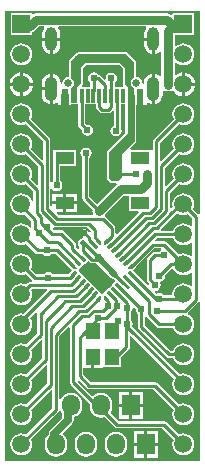
<source format=gtl>
G04*
G04 #@! TF.GenerationSoftware,Altium Limited,Altium Designer,19.0.4 (130)*
G04*
G04 Layer_Physical_Order=1*
G04 Layer_Color=255*
%FSLAX25Y25*%
%MOIN*%
G70*
G01*
G75*
%ADD13C,0.01000*%
%ADD15R,0.02362X0.04528*%
%ADD16R,0.01181X0.04528*%
%ADD17P,0.00557X4X180.0*%
G04:AMPARAMS|DCode=18|XSize=21.65mil|YSize=11.81mil|CornerRadius=0mil|HoleSize=0mil|Usage=FLASHONLY|Rotation=135.000|XOffset=0mil|YOffset=0mil|HoleType=Round|Shape=Rectangle|*
%AMROTATEDRECTD18*
4,1,4,0.01183,-0.00348,0.00348,-0.01183,-0.01183,0.00348,-0.00348,0.01183,0.01183,-0.00348,0.0*
%
%ADD18ROTATEDRECTD18*%

%ADD19P,0.00557X4X270.0*%
G04:AMPARAMS|DCode=20|XSize=21.65mil|YSize=11.81mil|CornerRadius=0mil|HoleSize=0mil|Usage=FLASHONLY|Rotation=225.000|XOffset=0mil|YOffset=0mil|HoleType=Round|Shape=Rectangle|*
%AMROTATEDRECTD20*
4,1,4,0.00348,0.01183,0.01183,0.00348,-0.00348,-0.01183,-0.01183,-0.00348,0.00348,0.01183,0.0*
%
%ADD20ROTATEDRECTD20*%

%ADD21R,0.06299X0.03937*%
%ADD22R,0.04528X0.05512*%
%ADD36C,0.02500*%
%ADD37C,0.02000*%
%ADD38C,0.03000*%
%ADD39C,0.01800*%
%ADD40C,0.02300*%
%ADD41C,0.05906*%
%ADD42R,0.05906X0.05906*%
%ADD43O,0.03937X0.07874*%
%ADD44O,0.04134X0.08268*%
%ADD45C,0.02559*%
%ADD46R,0.06000X0.07000*%
%ADD47O,0.06000X0.07000*%
%ADD48C,0.02400*%
%ADD49C,0.02000*%
%ADD50C,0.01200*%
G36*
X477317Y301717D02*
X477317Y296500D01*
X477317Y296500D01*
X477369Y296239D01*
X477415Y296170D01*
X477321Y295856D01*
X477205Y295670D01*
X474646D01*
Y297001D01*
X474801Y297105D01*
X475214Y297723D01*
X475359Y298453D01*
X475214Y299182D01*
X474801Y299801D01*
X474182Y300214D01*
X473453Y300359D01*
X472723Y300214D01*
X472105Y299801D01*
X471691Y299182D01*
X471546Y298453D01*
X471572Y298322D01*
X471111Y298076D01*
X469735Y299452D01*
X469348Y299710D01*
X469086Y299763D01*
X468957Y299956D01*
X468338Y300370D01*
X467608Y300515D01*
X466879Y300370D01*
X466260Y299956D01*
X465847Y299338D01*
X465702Y298608D01*
X465847Y297879D01*
X466260Y297260D01*
X466415Y297156D01*
Y295670D01*
X463789D01*
X463598Y296132D01*
X463733Y296267D01*
X463733Y296267D01*
X463881Y296489D01*
X463933Y296750D01*
X463933Y296750D01*
X463933Y301795D01*
X464955Y302817D01*
X476217Y302817D01*
X477317Y301717D01*
D02*
G37*
G36*
X481000Y304000D02*
X481000Y298732D01*
X480465Y298374D01*
X480034Y297729D01*
X479882Y296969D01*
X480034Y296208D01*
X480465Y295563D01*
X480958Y295233D01*
X480950Y294744D01*
X480500Y294481D01*
X479941Y294592D01*
X479500Y294504D01*
X479000Y294852D01*
Y295500D01*
X478000Y296500D01*
X478000Y302000D01*
X476500Y303500D01*
X464672Y303500D01*
X463250Y302078D01*
X463250Y296750D01*
X462000Y295500D01*
X462000Y294541D01*
X461500Y294246D01*
X461043Y294337D01*
X460500Y294229D01*
X460177Y294351D01*
X460000Y294445D01*
Y295216D01*
X460520Y295563D01*
X460951Y296208D01*
X461102Y296969D01*
X460951Y297729D01*
X460520Y298374D01*
X460000Y298721D01*
X460000Y304000D01*
X462500Y306500D01*
X478500D01*
X481000Y304000D01*
D02*
G37*
G36*
X503000Y321000D02*
X503000Y253322D01*
X502500Y253170D01*
X502466Y253221D01*
X500767Y254920D01*
X501029Y255554D01*
X501154Y256500D01*
X501029Y257446D01*
X500665Y258327D01*
X500084Y259084D01*
X499327Y259665D01*
X498446Y260030D01*
X497500Y260154D01*
X496554Y260030D01*
X495673Y259665D01*
X494916Y259084D01*
X494336Y258327D01*
X493970Y257446D01*
X493846Y256500D01*
X493968Y255570D01*
X493495Y255097D01*
X493033Y255288D01*
Y260346D01*
X495920Y263233D01*
X496554Y262970D01*
X497500Y262846D01*
X498446Y262970D01*
X499327Y263335D01*
X500084Y263916D01*
X500665Y264673D01*
X501029Y265554D01*
X501154Y266500D01*
X501029Y267446D01*
X500665Y268327D01*
X500084Y269084D01*
X499327Y269665D01*
X498446Y270029D01*
X497500Y270154D01*
X496554Y270029D01*
X495673Y269665D01*
X494916Y269084D01*
X494336Y268327D01*
X493970Y267446D01*
X493846Y266500D01*
X493970Y265554D01*
X494233Y264920D01*
X491825Y262512D01*
X491363Y262703D01*
Y268676D01*
X495920Y273233D01*
X496554Y272971D01*
X497500Y272846D01*
X498446Y272971D01*
X499327Y273336D01*
X500084Y273916D01*
X500665Y274673D01*
X501029Y275554D01*
X501154Y276500D01*
X501029Y277446D01*
X500665Y278327D01*
X500084Y279084D01*
X499327Y279664D01*
X498446Y280030D01*
X497500Y280154D01*
X496554Y280030D01*
X495673Y279664D01*
X494916Y279084D01*
X494336Y278327D01*
X493970Y277446D01*
X493846Y276500D01*
X493970Y275554D01*
X494233Y274920D01*
X490155Y270842D01*
X489693Y271033D01*
Y277006D01*
X495920Y283233D01*
X496554Y282970D01*
X497500Y282846D01*
X498446Y282970D01*
X499327Y283335D01*
X500084Y283916D01*
X500665Y284673D01*
X501029Y285554D01*
X501154Y286500D01*
X501029Y287446D01*
X500665Y288327D01*
X500084Y289084D01*
X499327Y289665D01*
X498446Y290030D01*
X497500Y290154D01*
X496554Y290030D01*
X495673Y289665D01*
X494916Y289084D01*
X494336Y288327D01*
X493970Y287446D01*
X493846Y286500D01*
X493970Y285554D01*
X494233Y284920D01*
X487656Y278344D01*
X487398Y277957D01*
X487307Y277500D01*
Y274887D01*
X486918Y274619D01*
X486807Y274619D01*
X479986D01*
X479778Y275119D01*
X481426Y276767D01*
X481499Y276876D01*
X481573Y276985D01*
X481573Y276987D01*
X481574Y276989D01*
X481600Y277119D01*
X481627Y277247D01*
Y277247D01*
X481655Y277290D01*
X481797Y278000D01*
Y289472D01*
X482591D01*
Y292736D01*
X483591D01*
Y289472D01*
X485272D01*
Y290147D01*
X485772Y290393D01*
X485953Y290254D01*
X486699Y289945D01*
X487000Y289906D01*
Y295000D01*
Y300095D01*
X486699Y300055D01*
X485953Y299746D01*
X485313Y299254D01*
X484821Y298614D01*
X484512Y297868D01*
X484407Y297067D01*
Y296463D01*
X484258Y296415D01*
X483824Y296801D01*
X483858Y296969D01*
X483707Y297729D01*
X483276Y298374D01*
X482631Y298805D01*
X481870Y298956D01*
X481683Y299110D01*
X481683Y304000D01*
X481683Y304000D01*
X481631Y304261D01*
X481483Y304483D01*
X481483Y304483D01*
X478983Y306983D01*
X478983Y306983D01*
X478761Y307131D01*
X478500Y307183D01*
X478500Y307183D01*
X462500D01*
X462500Y307183D01*
X462239Y307131D01*
X462017Y306983D01*
X462017Y306983D01*
X461827Y306793D01*
X461670Y306762D01*
X461052Y306348D01*
X460639Y305730D01*
X460607Y305574D01*
X459517Y304483D01*
X459517Y304483D01*
X459369Y304261D01*
X459317Y304000D01*
X459317Y304000D01*
X459317Y299123D01*
X459114Y298956D01*
X458354Y298805D01*
X457709Y298374D01*
X457278Y297729D01*
X457127Y296969D01*
X457160Y296801D01*
X456727Y296415D01*
X456578Y296463D01*
Y297067D01*
X456472Y297868D01*
X456163Y298614D01*
X455672Y299254D01*
X455031Y299746D01*
X454285Y300055D01*
X453984Y300095D01*
Y295000D01*
Y289906D01*
X454285Y289945D01*
X455031Y290254D01*
X455213Y290393D01*
X455713Y290147D01*
Y289472D01*
X457394D01*
Y292736D01*
X458394D01*
Y289472D01*
X460075D01*
Y289802D01*
X462409D01*
Y283102D01*
X462500Y282646D01*
X462759Y282259D01*
X463630Y281388D01*
X463593Y281205D01*
X463738Y280475D01*
X464152Y279856D01*
X464770Y279443D01*
X465500Y279298D01*
X466230Y279443D01*
X466848Y279856D01*
X467262Y280475D01*
X467407Y281205D01*
X467262Y281934D01*
X466848Y282553D01*
X466230Y282966D01*
X465500Y283111D01*
X465317Y283075D01*
X464795Y283596D01*
Y289802D01*
X468323D01*
Y288984D01*
X468414Y288528D01*
X468672Y288141D01*
X469657Y287157D01*
X470044Y286898D01*
X470500Y286807D01*
X472500D01*
X472957Y286898D01*
X473344Y287157D01*
X473802Y287615D01*
X474264Y287423D01*
Y282757D01*
X473652Y282348D01*
X473239Y281730D01*
X473093Y281000D01*
X473239Y280270D01*
X473652Y279652D01*
X474270Y279239D01*
X475000Y279093D01*
X475730Y279239D01*
X476348Y279652D01*
X476761Y280270D01*
X476907Y281000D01*
X476761Y281730D01*
X476650Y281897D01*
Y289802D01*
X478085D01*
Y280283D01*
X472285Y274483D01*
X472137Y274261D01*
X472085Y274000D01*
X472085Y274000D01*
Y265177D01*
X472085Y265177D01*
X472137Y264916D01*
X472285Y264694D01*
X472285Y264694D01*
X473097Y263882D01*
X473097Y263882D01*
X473318Y263734D01*
X473580Y263682D01*
X473580Y263682D01*
X475062Y263682D01*
X475213Y263182D01*
X475038Y263065D01*
X469936Y257962D01*
X468667Y256694D01*
X466193Y259168D01*
Y272048D01*
X466348Y272152D01*
X466761Y272770D01*
X466907Y273500D01*
X466761Y274230D01*
X466348Y274848D01*
X465730Y275261D01*
X465000Y275407D01*
X464270Y275261D01*
X463652Y274848D01*
X463238Y274230D01*
X463093Y273500D01*
X463238Y272770D01*
X463652Y272152D01*
X463807Y272048D01*
Y258674D01*
X463898Y258217D01*
X464156Y257830D01*
X467263Y254724D01*
X467175Y254286D01*
X467344Y253439D01*
X467471Y253250D01*
X467235Y252809D01*
X455903D01*
X455123Y253589D01*
X455314Y254051D01*
X457402D01*
Y256520D01*
X453752D01*
Y256151D01*
X453252Y255883D01*
X453193Y255923D01*
Y261568D01*
X453693Y261719D01*
X453904Y261404D01*
X454522Y260991D01*
X455252Y260845D01*
X455982Y260991D01*
X456600Y261404D01*
X457014Y262022D01*
X457159Y262752D01*
X457014Y263482D01*
X456600Y264100D01*
X456445Y264204D01*
Y269342D01*
X461721D01*
Y271402D01*
X461832Y271961D01*
X461721Y272519D01*
Y274619D01*
X454082D01*
Y270627D01*
X454059Y270512D01*
Y264204D01*
X453904Y264100D01*
X453693Y263785D01*
X453193Y263936D01*
Y278000D01*
X453102Y278456D01*
X452844Y278843D01*
X446767Y284920D01*
X447029Y285554D01*
X447154Y286500D01*
X447029Y287446D01*
X446664Y288327D01*
X446084Y289084D01*
X445327Y289665D01*
X444446Y290030D01*
X443500Y290154D01*
X442554Y290030D01*
X441673Y289665D01*
X440916Y289084D01*
X440336Y288327D01*
X439970Y287446D01*
X439846Y286500D01*
X439970Y285554D01*
X440336Y284673D01*
X440916Y283916D01*
X441673Y283335D01*
X442554Y282970D01*
X443500Y282846D01*
X444446Y282970D01*
X445080Y283233D01*
X450807Y277506D01*
Y271533D01*
X450345Y271342D01*
X446767Y274920D01*
X447029Y275554D01*
X447154Y276500D01*
X447029Y277446D01*
X446664Y278327D01*
X446084Y279084D01*
X445327Y279664D01*
X444446Y280030D01*
X443500Y280154D01*
X442554Y280030D01*
X441673Y279664D01*
X440916Y279084D01*
X440336Y278327D01*
X439970Y277446D01*
X439846Y276500D01*
X439970Y275554D01*
X440336Y274673D01*
X440916Y273916D01*
X441673Y273336D01*
X442554Y272971D01*
X443500Y272846D01*
X444446Y272971D01*
X445080Y273233D01*
X449137Y269176D01*
Y263203D01*
X448675Y263012D01*
X446767Y264920D01*
X447029Y265554D01*
X447154Y266500D01*
X447029Y267446D01*
X446664Y268327D01*
X446084Y269084D01*
X445327Y269665D01*
X444446Y270029D01*
X443500Y270154D01*
X442554Y270029D01*
X441673Y269665D01*
X440916Y269084D01*
X440336Y268327D01*
X439970Y267446D01*
X439846Y266500D01*
X439970Y265554D01*
X440336Y264673D01*
X440916Y263916D01*
X441673Y263335D01*
X442554Y262970D01*
X443500Y262846D01*
X444446Y262970D01*
X445080Y263233D01*
X447467Y260846D01*
Y257696D01*
X446967Y257596D01*
X446664Y258327D01*
X446084Y259084D01*
X445327Y259665D01*
X444446Y260030D01*
X443500Y260154D01*
X442554Y260030D01*
X441673Y259665D01*
X440916Y259084D01*
X440336Y258327D01*
X439970Y257446D01*
X439846Y256500D01*
X439970Y255554D01*
X440336Y254673D01*
X440916Y253916D01*
X441673Y253335D01*
X442554Y252971D01*
X443500Y252846D01*
X444446Y252971D01*
X444678Y253067D01*
X446843Y250902D01*
Y248915D01*
X446343Y248746D01*
X446084Y249084D01*
X445327Y249664D01*
X444446Y250029D01*
X443500Y250154D01*
X442554Y250029D01*
X441673Y249664D01*
X440916Y249084D01*
X440336Y248327D01*
X439970Y247446D01*
X439846Y246500D01*
X439970Y245554D01*
X440336Y244673D01*
X440916Y243916D01*
X441673Y243336D01*
X442554Y242970D01*
X443500Y242846D01*
X444446Y242970D01*
X445080Y243233D01*
X448044Y240269D01*
X448431Y240010D01*
X448888Y239919D01*
X450436D01*
X450540Y239764D01*
X451158Y239351D01*
X451888Y239206D01*
X452618Y239351D01*
X453236Y239764D01*
X453340Y239919D01*
X455041D01*
X459280Y235681D01*
X459290Y235631D01*
X459438Y235409D01*
X460347Y234500D01*
X459438Y233591D01*
X459290Y233369D01*
X459280Y233319D01*
X459154Y233193D01*
X453952D01*
X453848Y233348D01*
X453230Y233762D01*
X452500Y233907D01*
X451770Y233762D01*
X451152Y233348D01*
X451048Y233193D01*
X448494D01*
X446767Y234920D01*
X447029Y235554D01*
X447154Y236500D01*
X447029Y237446D01*
X446664Y238327D01*
X446084Y239084D01*
X445327Y239665D01*
X444446Y240030D01*
X443500Y240154D01*
X442554Y240030D01*
X441673Y239665D01*
X440916Y239084D01*
X440336Y238327D01*
X439970Y237446D01*
X439846Y236500D01*
X439970Y235554D01*
X440336Y234673D01*
X440916Y233916D01*
X441673Y233335D01*
X442554Y232970D01*
X443500Y232846D01*
X444446Y232970D01*
X445080Y233233D01*
X447120Y231193D01*
X447104Y231039D01*
X446950Y230693D01*
X446500D01*
X446043Y230602D01*
X445656Y230344D01*
X445080Y229767D01*
X444446Y230030D01*
X443500Y230154D01*
X442554Y230030D01*
X441673Y229664D01*
X440916Y229084D01*
X440336Y228327D01*
X439970Y227446D01*
X439846Y226500D01*
X439970Y225554D01*
X440336Y224673D01*
X440916Y223916D01*
X441673Y223336D01*
X442554Y222971D01*
X443500Y222846D01*
X444446Y222971D01*
X445327Y223336D01*
X446084Y223916D01*
X446664Y224673D01*
X447029Y225554D01*
X447154Y226500D01*
X447029Y227446D01*
X446856Y227864D01*
X447193Y228307D01*
X451967D01*
X452158Y227845D01*
X444354Y220041D01*
X443500Y220154D01*
X442554Y220029D01*
X441673Y219665D01*
X440916Y219084D01*
X440336Y218327D01*
X439970Y217446D01*
X439846Y216500D01*
X439970Y215554D01*
X440336Y214673D01*
X440916Y213916D01*
X441673Y213335D01*
X442554Y212970D01*
X443500Y212846D01*
X444446Y212970D01*
X445327Y213335D01*
X446084Y213916D01*
X446664Y214673D01*
X447029Y215554D01*
X447154Y216500D01*
X447029Y217446D01*
X446664Y218327D01*
X446382Y218695D01*
X448360Y220673D01*
X448415Y220649D01*
X448772Y220378D01*
X448695Y219990D01*
X448794Y219495D01*
X448797Y219489D01*
Y213484D01*
X445080Y209767D01*
X444446Y210030D01*
X443500Y210154D01*
X442554Y210030D01*
X441673Y209665D01*
X440916Y209084D01*
X440336Y208327D01*
X439970Y207446D01*
X439846Y206500D01*
X439970Y205554D01*
X440336Y204673D01*
X440916Y203916D01*
X441673Y203335D01*
X442554Y202971D01*
X443500Y202846D01*
X444446Y202971D01*
X445327Y203335D01*
X446084Y203916D01*
X446664Y204673D01*
X447029Y205554D01*
X447154Y206500D01*
X447029Y207446D01*
X446767Y208080D01*
X450005Y211318D01*
X450467Y211127D01*
Y205154D01*
X445080Y199767D01*
X444446Y200029D01*
X443500Y200154D01*
X442554Y200029D01*
X441673Y199664D01*
X440916Y199084D01*
X440336Y198327D01*
X439970Y197446D01*
X439846Y196500D01*
X439970Y195554D01*
X440336Y194673D01*
X440916Y193916D01*
X441673Y193335D01*
X442554Y192971D01*
X443500Y192846D01*
X444446Y192971D01*
X445327Y193335D01*
X446084Y193916D01*
X446664Y194673D01*
X447029Y195554D01*
X447154Y196500D01*
X447029Y197446D01*
X446767Y198080D01*
X451675Y202988D01*
X452137Y202797D01*
Y196824D01*
X445080Y189767D01*
X444446Y190030D01*
X443500Y190154D01*
X442554Y190030D01*
X441673Y189664D01*
X440916Y189084D01*
X440336Y188327D01*
X439970Y187446D01*
X439846Y186500D01*
X439970Y185554D01*
X440336Y184673D01*
X440916Y183916D01*
X441673Y183335D01*
X442554Y182970D01*
X443500Y182846D01*
X444446Y182970D01*
X445327Y183335D01*
X446084Y183916D01*
X446664Y184673D01*
X447029Y185554D01*
X447154Y186500D01*
X447029Y187446D01*
X446767Y188080D01*
X453345Y194658D01*
X453807Y194467D01*
Y188494D01*
X445080Y179767D01*
X444446Y180029D01*
X443500Y180154D01*
X442554Y180029D01*
X441673Y179665D01*
X440916Y179084D01*
X440336Y178327D01*
X439970Y177446D01*
X439846Y176500D01*
X439970Y175554D01*
X440336Y174673D01*
X440916Y173916D01*
X441673Y173336D01*
X442554Y172970D01*
X443500Y172846D01*
X444446Y172970D01*
X445327Y173336D01*
X446084Y173916D01*
X446664Y174673D01*
X447029Y175554D01*
X447154Y176500D01*
X447029Y177446D01*
X446767Y178080D01*
X455843Y187156D01*
X456095Y187532D01*
X456167Y187547D01*
X456618Y187575D01*
X456794Y187149D01*
X457042Y186826D01*
Y185311D01*
X453116Y181384D01*
X452691Y180749D01*
X452542Y180000D01*
X452542Y180000D01*
Y179740D01*
X452383Y179618D01*
X451794Y178851D01*
X451425Y177958D01*
X451298Y177000D01*
Y176000D01*
X451425Y175042D01*
X451794Y174149D01*
X452383Y173382D01*
X453149Y172794D01*
X454042Y172424D01*
X455000Y172298D01*
X455958Y172424D01*
X456851Y172794D01*
X457618Y173382D01*
X458206Y174149D01*
X458575Y175042D01*
X458702Y176000D01*
Y177000D01*
X458575Y177958D01*
X458206Y178851D01*
X457618Y179618D01*
X457504Y179704D01*
X457472Y180203D01*
X460384Y183116D01*
X460809Y183751D01*
X460958Y184500D01*
Y185424D01*
X460958Y185424D01*
X461851Y185794D01*
X462617Y186382D01*
X463206Y187149D01*
X463576Y188042D01*
X463702Y189000D01*
Y190000D01*
X463576Y190958D01*
X463206Y191851D01*
X462617Y192617D01*
X461851Y193206D01*
X460958Y193576D01*
X460000Y193702D01*
X459042Y193576D01*
X458149Y193206D01*
X457382Y192617D01*
X456794Y191851D01*
X456693Y191606D01*
X456193Y191706D01*
Y212506D01*
X459109Y215422D01*
X459571Y215230D01*
Y197236D01*
X459662Y196780D01*
X459920Y196393D01*
X466300Y190013D01*
X466298Y190000D01*
Y189000D01*
X466425Y188042D01*
X466794Y187149D01*
X467382Y186382D01*
X468149Y185794D01*
X469042Y185424D01*
X470000Y185298D01*
X470958Y185424D01*
X471262Y185550D01*
X474656Y182157D01*
X475043Y181898D01*
X475500Y181807D01*
X490506D01*
X494233Y178080D01*
X493970Y177446D01*
X493846Y176500D01*
X493970Y175554D01*
X494336Y174673D01*
X494916Y173916D01*
X495673Y173336D01*
X496554Y172970D01*
X497500Y172846D01*
X498446Y172970D01*
X499327Y173336D01*
X500084Y173916D01*
X500665Y174673D01*
X501029Y175554D01*
X501154Y176500D01*
X501029Y177446D01*
X500665Y178327D01*
X500084Y179084D01*
X499327Y179665D01*
X498446Y180029D01*
X497500Y180154D01*
X496554Y180029D01*
X495920Y179767D01*
X491844Y183844D01*
X491457Y184102D01*
X491000Y184193D01*
X475994D01*
X473133Y187054D01*
X473206Y187149D01*
X473575Y188042D01*
X473702Y189000D01*
Y190000D01*
X473575Y190958D01*
X473206Y191851D01*
X472617Y192617D01*
X471851Y193206D01*
X470958Y193576D01*
X470000Y193702D01*
X469042Y193576D01*
X468149Y193206D01*
X467382Y192617D01*
X467089Y192598D01*
X462295Y197392D01*
X462305Y197444D01*
X462848Y197608D01*
X465300Y195157D01*
X465687Y194898D01*
X466144Y194807D01*
X487506D01*
X494233Y188080D01*
X493970Y187446D01*
X493846Y186500D01*
X493970Y185554D01*
X494336Y184673D01*
X494916Y183916D01*
X495673Y183335D01*
X496554Y182970D01*
X497500Y182846D01*
X498446Y182970D01*
X499327Y183335D01*
X500084Y183916D01*
X500665Y184673D01*
X501029Y185554D01*
X501154Y186500D01*
X501029Y187446D01*
X500665Y188327D01*
X500084Y189084D01*
X499327Y189664D01*
X498446Y190030D01*
X497500Y190154D01*
X496554Y190030D01*
X495920Y189767D01*
X488843Y196844D01*
X488456Y197102D01*
X488000Y197193D01*
X466638D01*
X464193Y199638D01*
Y201913D01*
X466850D01*
Y205669D01*
X467850D01*
Y201913D01*
X470614D01*
X470716Y202243D01*
X476583D01*
Y205426D01*
X476671Y205484D01*
X479344Y208156D01*
X479602Y208543D01*
X479693Y209000D01*
Y212467D01*
X480155Y212658D01*
X494401Y198412D01*
X494336Y198327D01*
X493970Y197446D01*
X493846Y196500D01*
X493970Y195554D01*
X494336Y194673D01*
X494916Y193916D01*
X495673Y193335D01*
X496554Y192971D01*
X497500Y192846D01*
X498446Y192971D01*
X499327Y193335D01*
X500084Y193916D01*
X500665Y194673D01*
X501029Y195554D01*
X501154Y196500D01*
X501029Y197446D01*
X500665Y198327D01*
X500084Y199084D01*
X499327Y199664D01*
X498446Y200029D01*
X497500Y200154D01*
X496554Y200029D01*
X496274Y199913D01*
X480474Y215714D01*
X480512Y215770D01*
X480657Y216500D01*
X480512Y217230D01*
X480098Y217848D01*
X479943Y217952D01*
Y220548D01*
X480098Y220652D01*
X480512Y221270D01*
X480648Y221958D01*
X480808Y222058D01*
X481130Y222183D01*
X481630Y221683D01*
X481593Y221500D01*
X481739Y220770D01*
X482152Y220152D01*
X482307Y220048D01*
Y215685D01*
X482398Y215229D01*
X482656Y214842D01*
X491842Y205657D01*
X492229Y205398D01*
X492685Y205307D01*
X494073D01*
X494336Y204673D01*
X494916Y203916D01*
X495673Y203335D01*
X496554Y202971D01*
X497500Y202846D01*
X498446Y202971D01*
X499327Y203335D01*
X500084Y203916D01*
X500665Y204673D01*
X501029Y205554D01*
X501154Y206500D01*
X501029Y207446D01*
X500665Y208327D01*
X500084Y209084D01*
X499327Y209665D01*
X498446Y210030D01*
X497500Y210154D01*
X496554Y210030D01*
X495673Y209665D01*
X494916Y209084D01*
X494336Y208327D01*
X494073Y207693D01*
X493179D01*
X484693Y216179D01*
Y218950D01*
X485039Y219104D01*
X485193Y219120D01*
X488657Y215656D01*
X489044Y215398D01*
X489500Y215307D01*
X494073D01*
X494336Y214673D01*
X494916Y213916D01*
X495673Y213335D01*
X496554Y212970D01*
X497500Y212846D01*
X498446Y212970D01*
X499327Y213335D01*
X500084Y213916D01*
X500665Y214673D01*
X501029Y215554D01*
X501154Y216500D01*
X501029Y217446D01*
X500665Y218327D01*
X500084Y219084D01*
X499327Y219665D01*
X499052Y219778D01*
X498959Y220358D01*
X502466Y223865D01*
X502500Y223916D01*
X503000Y223764D01*
X503000Y171000D01*
X438000Y171000D01*
Y321000D01*
X503000Y321000D01*
D02*
G37*
G36*
X481000Y291646D02*
X481000Y288799D01*
X480943Y277250D01*
X477000Y273307D01*
Y265500D01*
X475865Y264365D01*
X473580Y264365D01*
X472768Y265177D01*
Y274000D01*
X479000Y280232D01*
X479000Y292000D01*
X480646Y292000D01*
X481000Y291646D01*
D02*
G37*
G36*
X495673Y253335D02*
X496554Y252971D01*
X497500Y252846D01*
X498446Y252971D01*
X499080Y253233D01*
X500430Y251883D01*
Y249408D01*
X499930Y249202D01*
X499327Y249664D01*
X498446Y250029D01*
X497500Y250154D01*
X496554Y250029D01*
X495673Y249664D01*
X494916Y249084D01*
X494336Y248327D01*
X494073Y247693D01*
X490118D01*
X489927Y248155D01*
X494353Y252581D01*
X494353Y252581D01*
X495353Y253581D01*
X495673Y253335D01*
D02*
G37*
G36*
X454717Y248753D02*
X465410D01*
X466560Y247603D01*
X466528Y247366D01*
X465999Y247188D01*
X465344Y247844D01*
X464957Y248102D01*
X464500Y248193D01*
X464044Y248102D01*
X463657Y247844D01*
X463398Y247457D01*
X463307Y247000D01*
X463398Y246544D01*
X463657Y246157D01*
X464125Y245688D01*
X464061Y245439D01*
X463919Y245187D01*
X463348Y245073D01*
X462796Y244704D01*
X462427Y244152D01*
X462297Y243500D01*
X462427Y242848D01*
X462796Y242296D01*
X462807Y242289D01*
Y241795D01*
X462307Y241644D01*
X462114Y241933D01*
X461694Y242214D01*
X461693Y242214D01*
Y243000D01*
X461602Y243457D01*
X461343Y243844D01*
X457628Y247559D01*
X457241Y247817D01*
X456785Y247908D01*
X454353D01*
X453956Y248345D01*
X453979Y248533D01*
X454433Y248809D01*
X454717Y248753D01*
D02*
G37*
G36*
X479279Y254381D02*
X482419D01*
X482626Y253881D01*
X475303Y246557D01*
X474841Y246749D01*
Y248648D01*
X474750Y249104D01*
X474491Y249491D01*
X471523Y252459D01*
X471448Y252510D01*
X471373Y253142D01*
X473065Y254833D01*
X477519Y259288D01*
X479279D01*
Y254381D01*
D02*
G37*
G36*
X472727Y244244D02*
X471335Y242852D01*
X470917Y243269D01*
X470918Y244105D01*
X471892Y245079D01*
X472727Y244244D01*
D02*
G37*
G36*
X470082Y244105D02*
X470083Y243269D01*
X469665Y242852D01*
X468273Y244244D01*
X469108Y245079D01*
X470082Y244105D01*
D02*
G37*
G36*
X494336Y244673D02*
X494916Y243916D01*
X495673Y243336D01*
X496554Y242970D01*
X497500Y242846D01*
X498446Y242970D01*
X499327Y243336D01*
X499930Y243798D01*
X500430Y243592D01*
Y239408D01*
X499930Y239202D01*
X499327Y239665D01*
X498446Y240030D01*
X497500Y240154D01*
X496554Y240030D01*
X495920Y239767D01*
X491844Y243844D01*
X491457Y244102D01*
X491000Y244193D01*
X488101D01*
X487910Y244655D01*
X488562Y245307D01*
X494073D01*
X494336Y244673D01*
D02*
G37*
G36*
X481079Y235892D02*
X480105Y234918D01*
X479270Y234917D01*
X478852Y235335D01*
X480244Y236727D01*
X481079Y235892D01*
D02*
G37*
G36*
X462148Y235335D02*
X461730Y234917D01*
X460895Y234918D01*
X459921Y235892D01*
X460756Y236727D01*
X462148Y235335D01*
D02*
G37*
G36*
X480105Y234082D02*
X481079Y233108D01*
X480244Y232273D01*
X478852Y233665D01*
X479270Y234083D01*
X480105Y234082D01*
D02*
G37*
G36*
X462148Y233665D02*
X460756Y232273D01*
X459921Y233108D01*
X460895Y234082D01*
X461730Y234083D01*
X462148Y233665D01*
D02*
G37*
G36*
X490146Y241734D02*
X490270Y241262D01*
X489652Y240848D01*
X489548Y240693D01*
X488000D01*
X487543Y240602D01*
X487156Y240343D01*
X485656Y238843D01*
X485398Y238457D01*
X485307Y238000D01*
Y231379D01*
X485398Y230922D01*
X485656Y230535D01*
X486102Y230089D01*
X486028Y229674D01*
X485557Y229482D01*
X481720Y233319D01*
X481710Y233369D01*
X481562Y233591D01*
X480653Y234500D01*
X481562Y235409D01*
X481710Y235631D01*
X481720Y235681D01*
X487847Y241807D01*
X490102D01*
X490146Y241734D01*
D02*
G37*
G36*
X494181Y235046D02*
X494336Y234673D01*
X494916Y233916D01*
X495673Y233335D01*
X496554Y232970D01*
X497500Y232846D01*
X498446Y232970D01*
X499327Y233335D01*
X499930Y233798D01*
X500430Y233592D01*
Y229408D01*
X499930Y229202D01*
X499327Y229664D01*
X498446Y230030D01*
X497500Y230154D01*
X496554Y230030D01*
X495673Y229664D01*
X494916Y229084D01*
X494336Y228327D01*
X493970Y227446D01*
X493846Y226500D01*
X493577Y226193D01*
X490952D01*
X490848Y226348D01*
X490230Y226762D01*
X489500Y226907D01*
X488770Y226762D01*
X488475Y226564D01*
X487896Y227143D01*
X488128Y227619D01*
X488730Y227738D01*
X489348Y228152D01*
X489761Y228770D01*
X489907Y229500D01*
X489761Y230230D01*
X489696Y230327D01*
X489926Y230883D01*
X490230Y230943D01*
X490848Y231357D01*
X491261Y231975D01*
X491407Y232705D01*
X491370Y232888D01*
X493611Y235129D01*
X494181Y235046D01*
D02*
G37*
G36*
X466285Y237157D02*
X466672Y236898D01*
X467128Y236807D01*
X468215D01*
X468511Y236866D01*
X473511Y231865D01*
X474064Y231496D01*
X474636Y231382D01*
X474815Y231066D01*
X474868Y230907D01*
X473589Y229628D01*
X472588Y228627D01*
X470806Y226844D01*
Y226844D01*
X470721Y226648D01*
X470246Y226733D01*
X470194Y226844D01*
Y226844D01*
X468412Y228627D01*
X467411Y229628D01*
X465628Y231411D01*
X464627Y232412D01*
X462844Y234194D01*
X462844D01*
X462733Y234246D01*
X462713Y234358D01*
X462714Y234365D01*
X462844Y234805D01*
X464627Y236588D01*
X465740Y237701D01*
X466285Y237157D01*
D02*
G37*
G36*
X472727Y224756D02*
X471892Y223921D01*
X470918Y224895D01*
X470917Y225730D01*
X471335Y226148D01*
X472727Y224756D01*
D02*
G37*
G36*
X470083Y225730D02*
X470082Y224895D01*
X469108Y223921D01*
X468273Y224756D01*
X469665Y226148D01*
X470083Y225730D01*
D02*
G37*
%LPC*%
G36*
X491968Y320213D02*
X448500D01*
X447653Y320044D01*
X447483Y319930D01*
X447123Y320123D01*
Y320123D01*
X439877D01*
Y312877D01*
X447123D01*
Y313911D01*
X447347Y313956D01*
X448065Y314436D01*
X449416Y315788D01*
X450925D01*
X451171Y315287D01*
X450891Y314922D01*
X450592Y314200D01*
X450490Y313425D01*
Y311957D01*
X453484D01*
X456478D01*
Y313425D01*
X456376Y314200D01*
X456077Y314922D01*
X455797Y315287D01*
X456044Y315788D01*
X484941D01*
X485187Y315287D01*
X484907Y314922D01*
X484608Y314200D01*
X484506Y313425D01*
Y311957D01*
X487500D01*
Y311457D01*
X488000D01*
Y306560D01*
X488275Y306596D01*
X488997Y306895D01*
X489617Y307371D01*
X489663Y307430D01*
X490163Y307260D01*
Y299413D01*
X489835Y299302D01*
X489663Y299273D01*
X489047Y299746D01*
X488301Y300055D01*
X488000Y300095D01*
Y295000D01*
Y289906D01*
X488301Y289945D01*
X489047Y290254D01*
X489687Y290746D01*
X490179Y291386D01*
X490488Y292132D01*
X490593Y292933D01*
Y294354D01*
X491093Y294621D01*
X491528Y294331D01*
X492375Y294163D01*
X493222Y294331D01*
X493660Y294624D01*
X494047Y294507D01*
X494681Y293681D01*
X495507Y293047D01*
X496468Y292649D01*
X497000Y292579D01*
Y296500D01*
Y300421D01*
X496468Y300351D01*
X495507Y299953D01*
X495087Y299631D01*
X494990Y299642D01*
X494588Y299878D01*
Y303562D01*
X495087Y303785D01*
X495673Y303335D01*
X496554Y302971D01*
X497500Y302846D01*
X498446Y302971D01*
X499327Y303335D01*
X500084Y303916D01*
X500665Y304673D01*
X501029Y305554D01*
X501154Y306500D01*
X501029Y307446D01*
X500665Y308327D01*
X500084Y309084D01*
X499327Y309665D01*
X498446Y310030D01*
X497500Y310154D01*
X496554Y310030D01*
X495673Y309665D01*
X495087Y309215D01*
X494588Y309438D01*
Y312877D01*
X501123D01*
Y320123D01*
X493877D01*
Y319881D01*
X493377Y319669D01*
X492815Y320044D01*
X491968Y320213D01*
D02*
G37*
G36*
X452984Y310957D02*
X450490D01*
Y309488D01*
X450592Y308713D01*
X450891Y307991D01*
X451367Y307371D01*
X451987Y306895D01*
X452709Y306596D01*
X452984Y306560D01*
Y310957D01*
D02*
G37*
G36*
X456478D02*
X453984D01*
Y306560D01*
X454259Y306596D01*
X454981Y306895D01*
X455601Y307371D01*
X456077Y307991D01*
X456376Y308713D01*
X456478Y309488D01*
Y310957D01*
D02*
G37*
G36*
X487000Y310957D02*
X484506D01*
Y309488D01*
X484608Y308713D01*
X484907Y307991D01*
X485383Y307371D01*
X486003Y306895D01*
X486725Y306596D01*
X487000Y306560D01*
Y310957D01*
D02*
G37*
G36*
X443500Y310154D02*
X442554Y310030D01*
X441673Y309665D01*
X440916Y309084D01*
X440336Y308327D01*
X439970Y307446D01*
X439846Y306500D01*
X439970Y305554D01*
X440336Y304673D01*
X440916Y303916D01*
X441673Y303335D01*
X442554Y302971D01*
X443500Y302846D01*
X444446Y302971D01*
X445327Y303335D01*
X446084Y303916D01*
X446664Y304673D01*
X447029Y305554D01*
X447154Y306500D01*
X447029Y307446D01*
X446664Y308327D01*
X446084Y309084D01*
X445327Y309665D01*
X444446Y310030D01*
X443500Y310154D01*
D02*
G37*
G36*
X498000Y300421D02*
Y297000D01*
X501421D01*
X501351Y297532D01*
X500953Y298493D01*
X500319Y299319D01*
X499493Y299953D01*
X498532Y300351D01*
X498000Y300421D01*
D02*
G37*
G36*
X444000D02*
Y297000D01*
X447421D01*
X447351Y297532D01*
X446953Y298493D01*
X446319Y299319D01*
X445493Y299953D01*
X444532Y300351D01*
X444000Y300421D01*
D02*
G37*
G36*
X443000D02*
X442468Y300351D01*
X441507Y299953D01*
X440681Y299319D01*
X440047Y298493D01*
X439649Y297532D01*
X439579Y297000D01*
X443000D01*
Y300421D01*
D02*
G37*
G36*
X452984Y300095D02*
X452684Y300055D01*
X451938Y299746D01*
X451297Y299254D01*
X450805Y298614D01*
X450496Y297868D01*
X450391Y297067D01*
Y295500D01*
X452984D01*
Y300095D01*
D02*
G37*
G36*
X501421Y296000D02*
X498000D01*
Y292579D01*
X498532Y292649D01*
X499493Y293047D01*
X500319Y293681D01*
X500953Y294507D01*
X501351Y295468D01*
X501421Y296000D01*
D02*
G37*
G36*
X447421D02*
X444000D01*
Y292579D01*
X444532Y292649D01*
X445493Y293047D01*
X446319Y293681D01*
X446953Y294507D01*
X447351Y295468D01*
X447421Y296000D01*
D02*
G37*
G36*
X443000D02*
X439579D01*
X439649Y295468D01*
X440047Y294507D01*
X440681Y293681D01*
X441507Y293047D01*
X442468Y292649D01*
X443000Y292579D01*
Y296000D01*
D02*
G37*
G36*
X452984Y294500D02*
X450391D01*
Y292933D01*
X450496Y292132D01*
X450805Y291386D01*
X451297Y290746D01*
X451938Y290254D01*
X452684Y289945D01*
X452984Y289906D01*
Y294500D01*
D02*
G37*
G36*
X462051Y259988D02*
X458402D01*
Y257520D01*
X462051D01*
Y259988D01*
D02*
G37*
G36*
X457402D02*
X453752D01*
Y257520D01*
X457402D01*
Y259988D01*
D02*
G37*
G36*
X462051Y256520D02*
X458402D01*
Y254051D01*
X462051D01*
Y256520D01*
D02*
G37*
G36*
X484000Y194000D02*
X480500D01*
Y190000D01*
X484000D01*
Y194000D01*
D02*
G37*
G36*
X479500D02*
X476000D01*
Y190000D01*
X479500D01*
Y194000D01*
D02*
G37*
G36*
X484000Y189000D02*
X480500D01*
Y185000D01*
X484000D01*
Y189000D01*
D02*
G37*
G36*
X479500D02*
X476000D01*
Y185000D01*
X479500D01*
Y189000D01*
D02*
G37*
G36*
X489000Y181000D02*
X485500D01*
Y177000D01*
X489000D01*
Y181000D01*
D02*
G37*
G36*
X484500D02*
X481000D01*
Y177000D01*
X484500D01*
Y181000D01*
D02*
G37*
G36*
X475000Y180702D02*
X474042Y180576D01*
X473149Y180206D01*
X472382Y179618D01*
X471794Y178851D01*
X471424Y177958D01*
X471298Y177000D01*
Y176000D01*
X471424Y175042D01*
X471794Y174149D01*
X472382Y173382D01*
X473149Y172794D01*
X474042Y172424D01*
X475000Y172298D01*
X475958Y172424D01*
X476851Y172794D01*
X477618Y173382D01*
X478206Y174149D01*
X478576Y175042D01*
X478702Y176000D01*
Y177000D01*
X478576Y177958D01*
X478206Y178851D01*
X477618Y179618D01*
X476851Y180206D01*
X475958Y180576D01*
X475000Y180702D01*
D02*
G37*
G36*
X465000D02*
X464042Y180576D01*
X463149Y180206D01*
X462383Y179618D01*
X461794Y178851D01*
X461424Y177958D01*
X461298Y177000D01*
Y176000D01*
X461424Y175042D01*
X461794Y174149D01*
X462383Y173382D01*
X463149Y172794D01*
X464042Y172424D01*
X465000Y172298D01*
X465958Y172424D01*
X466851Y172794D01*
X467618Y173382D01*
X468206Y174149D01*
X468575Y175042D01*
X468702Y176000D01*
Y177000D01*
X468575Y177958D01*
X468206Y178851D01*
X467618Y179618D01*
X466851Y180206D01*
X465958Y180576D01*
X465000Y180702D01*
D02*
G37*
G36*
X489000Y176000D02*
X485500D01*
Y172000D01*
X489000D01*
Y176000D01*
D02*
G37*
G36*
X484500D02*
X481000D01*
Y172000D01*
X484500D01*
Y176000D01*
D02*
G37*
%LPD*%
D13*
X464206Y243706D02*
X466672Y241240D01*
X464000Y241000D02*
Y243500D01*
X465905Y249946D02*
X467892Y247958D01*
X454717Y249946D02*
X465905D01*
X467892Y245461D02*
Y247958D01*
X466000Y244568D02*
Y245500D01*
Y244568D02*
X468064Y242504D01*
X464500Y247000D02*
X466000Y245500D01*
X467892Y245461D02*
X469387Y243965D01*
X450330Y254333D02*
X454717Y249946D01*
X455409Y251616D02*
X470679D01*
X473648Y248648D01*
X452000Y255025D02*
X455409Y251616D01*
X469500Y189000D02*
X475500Y183000D01*
X475000Y222500D02*
Y224432D01*
X466000Y214500D02*
X468093Y216593D01*
X466000Y213166D02*
Y214500D01*
X478500Y216000D02*
X497750Y196750D01*
X472808Y206328D02*
X474328D01*
X455830Y225830D02*
X461830D01*
X449990Y219990D02*
X455830Y225830D01*
X452500Y232000D02*
X459648D01*
X448000D02*
X452500D01*
X453500Y227500D02*
X460715D01*
X443500Y217500D02*
X453500Y227500D01*
X457000Y223000D02*
X458160Y224160D01*
X451660Y217660D02*
X457000Y223000D01*
X446500Y229500D02*
X459932D01*
X459648Y232000D02*
X461035Y233387D01*
X443500Y236500D02*
X448000Y232000D01*
X453330Y215330D02*
X460490Y222490D01*
X459932Y229500D02*
X462496Y232064D01*
X443500Y226500D02*
X446500Y229500D01*
X449990Y212990D02*
Y219990D01*
X443500Y206500D02*
X449990Y212990D01*
X443500Y216500D02*
Y217500D01*
X462820Y220820D02*
X465172D01*
X455000Y213000D02*
X462820Y220820D01*
X455000Y188000D02*
Y213000D01*
X460490Y222490D02*
X464058D01*
X453330Y196330D02*
Y215330D01*
X458160Y224160D02*
X462945D01*
X451660Y204660D02*
Y217660D01*
X461198Y241017D02*
X463888Y238328D01*
X460500Y241715D02*
X461198Y241017D01*
X450000Y250330D02*
X453615Y246715D01*
X456785D02*
X460500Y243000D01*
Y241715D02*
Y243000D01*
X453615Y246715D02*
X456785D01*
X468215Y238000D02*
X469000Y238785D01*
X448036Y248464D02*
X449500Y247000D01*
X452500Y244000D01*
X455432D01*
X448036Y248464D02*
Y251396D01*
X456000Y243432D02*
X462496Y236936D01*
X455432Y244000D02*
X456000Y243432D01*
X488000Y239500D02*
X491000D01*
X486500Y238000D02*
X488000Y239500D01*
X497500Y256500D02*
X501623Y252377D01*
Y224709D02*
Y252377D01*
X497914Y221000D02*
X501623Y224709D01*
X488587Y221000D02*
X497914D01*
X489500Y216500D02*
X497500D01*
X486000Y220000D02*
X489500Y216500D01*
X486000Y220000D02*
Y224316D01*
X478504Y231813D02*
X486000Y224316D01*
X478504Y231813D02*
Y232064D01*
X492685Y206500D02*
X497500D01*
X483500Y215685D02*
X492685Y206500D01*
X483500Y215685D02*
Y221500D01*
X486500Y231379D02*
Y238000D01*
Y231379D02*
X488000Y229879D01*
Y229500D02*
Y229879D01*
X493295Y236500D02*
X497500D01*
X489500Y232705D02*
X493295Y236500D01*
X479965Y233387D02*
X488352Y225000D01*
X489500D01*
X497500D01*
X472313Y222500D02*
X472351Y222538D01*
X470813Y221000D02*
X472313Y222500D01*
X469149Y218565D02*
X469268Y218684D01*
X467635Y217051D02*
X469149Y218565D01*
X478750Y222000D02*
Y223465D01*
Y216500D02*
Y222000D01*
X475000Y222500D02*
X475082Y222418D01*
Y221917D02*
Y222418D01*
X471849Y218684D02*
X475082Y221917D01*
X469268Y218684D02*
X471849D01*
X464040Y213166D02*
X466000Y215126D01*
X475720Y229280D02*
X483500Y221500D01*
X465000Y258674D02*
X469388Y254286D01*
X465000Y258674D02*
Y273500D01*
X443216Y256216D02*
X448036Y251396D01*
X448660Y253555D02*
X450000Y252215D01*
Y250330D02*
Y252215D01*
X460764Y197236D02*
X469000Y189000D01*
X469500D01*
X448660Y253555D02*
Y261340D01*
X451888Y241112D02*
X455536D01*
X443500Y246500D02*
X448888Y241112D01*
X451888D01*
X455536D02*
X461035Y235613D01*
X443500Y196500D02*
X451660Y204660D01*
X465864Y219150D02*
X467714Y221000D01*
X470813D01*
X463760Y219150D02*
X465864D01*
X460764Y216154D02*
X463760Y219150D01*
X465172Y220820D02*
X469387Y225035D01*
X460764Y197236D02*
Y216154D01*
X464058Y222490D02*
X468064Y226496D01*
X462945Y224160D02*
X466672Y227888D01*
X461830Y225830D02*
X465280Y229280D01*
X460715Y227500D02*
X463888Y230672D01*
X468093Y216593D02*
X468843Y215843D01*
X467769Y216916D02*
X468093Y216593D01*
X467635Y217051D02*
X467769Y216916D01*
X467500D02*
X467769D01*
X466885Y216301D02*
X467500Y216916D01*
X476000Y266500D02*
X481839D01*
X455252Y262752D02*
Y270512D01*
X455500D01*
X456968Y271980D01*
X457902D01*
X452000Y255025D02*
Y278000D01*
X450330Y254333D02*
Y269670D01*
X443500Y266500D02*
X448660Y261340D01*
X443500Y276500D02*
X450330Y269670D01*
X443500Y286500D02*
X452000Y278000D01*
X477112Y230672D02*
X478892Y228892D01*
X464000Y241000D02*
X465280Y239720D01*
X466672Y241112D02*
Y241240D01*
X467128Y238000D02*
X468215D01*
X465408Y239720D02*
X467128Y238000D01*
X466672Y241112D02*
X468957Y238828D01*
X465280Y239720D02*
X465408D01*
X474715Y233069D02*
X477112Y230672D01*
X473648Y246000D02*
Y248648D01*
X471613Y243965D02*
X473648Y246000D01*
X443500Y186500D02*
X453330Y196330D01*
X443500Y176500D02*
X455000Y188000D01*
X491000Y183000D02*
X497500Y176500D01*
X488000Y196000D02*
X497500Y186500D01*
X491000Y243000D02*
X497500Y236500D01*
X487352Y243000D02*
X491000D01*
X479965Y235613D02*
X487352Y243000D01*
X488068Y246500D02*
X497500D01*
X496585Y256500D02*
X497500D01*
X493510Y253425D02*
X496585Y256500D01*
X493510Y253425D02*
X493510D01*
X488552Y248466D02*
X493510Y253425D01*
X487251Y248466D02*
X488552D01*
X477112Y238328D02*
X487251Y248466D01*
X491840Y254117D02*
Y260840D01*
X487860Y250136D02*
X491840Y254117D01*
X486136Y250136D02*
X487860D01*
X475720Y239720D02*
X486136Y250136D01*
X490170Y254808D02*
Y269170D01*
X487168Y251806D02*
X490170Y254808D01*
X485022Y251806D02*
X487168D01*
X474328Y241112D02*
X485022Y251806D01*
X491840Y260840D02*
X497500Y266500D01*
X490170Y269170D02*
X497500Y276500D01*
X488500Y277500D02*
X497500Y286500D01*
X488500Y255500D02*
Y277500D01*
X486476Y253476D02*
X488500Y255500D01*
X483909Y253476D02*
X486476D01*
X478504Y236936D02*
X488068Y246500D01*
X472936Y242504D02*
X483909Y253476D01*
X463000Y199144D02*
Y212051D01*
X471394Y294370D02*
Y296106D01*
X467608Y294341D02*
Y298608D01*
X463602Y283102D02*
X465500Y281205D01*
X463602Y283102D02*
Y292736D01*
X467547Y294280D02*
X467608Y294341D01*
X470500Y288000D02*
X472500D01*
X468892Y298608D02*
X471394Y296106D01*
X469516Y288984D02*
X470500Y288000D01*
X463602Y292736D02*
X463693Y292827D01*
X467608Y298608D02*
X468892D01*
X473453Y288953D02*
Y298453D01*
X457856Y292699D02*
X457894Y292736D01*
X475457Y292779D02*
Y294244D01*
Y281000D02*
Y292779D01*
X475413Y292736D02*
X475457Y292779D01*
X471394Y294370D02*
X471484Y294280D01*
X469516Y288984D02*
Y294280D01*
X472500Y288000D02*
X473453Y288953D01*
X474328Y227888D02*
X478750Y223465D01*
X478500Y209000D02*
Y216000D01*
X466000Y214500D02*
Y215126D01*
X464115Y213166D02*
X466000D01*
X464040D02*
X464115D01*
X463000Y212051D02*
X464115Y213166D01*
X463000Y199144D02*
X466144Y196000D01*
X471613Y225035D02*
X472351Y224297D01*
Y222538D02*
Y224297D01*
X472936Y226496D02*
X475000Y224432D01*
X475828Y206328D02*
X478500Y209000D01*
X466144Y196000D02*
X488000D01*
X472150Y205669D02*
X472808Y206328D01*
X475500Y183000D02*
X491000D01*
D15*
X483091Y292736D02*
D03*
X457894D02*
D03*
X479941D02*
D03*
X461043D02*
D03*
D16*
X469508D02*
D03*
X471476D02*
D03*
X467539D02*
D03*
X465571D02*
D03*
X463602D02*
D03*
X473445D02*
D03*
X475413D02*
D03*
X477382D02*
D03*
D17*
X471613Y225035D02*
D03*
X479965Y233387D02*
D03*
X469387Y243965D02*
D03*
X461035Y235613D02*
D03*
D18*
X472936Y226496D02*
D03*
X474328Y227888D02*
D03*
X475720Y229280D02*
D03*
X477112Y230672D02*
D03*
X478504Y232064D02*
D03*
X468064Y242504D02*
D03*
X466672Y241112D02*
D03*
X465280Y239720D02*
D03*
X463888Y238328D02*
D03*
X462496Y236936D02*
D03*
D19*
X479965Y235613D02*
D03*
X471613Y243965D02*
D03*
X461035Y233387D02*
D03*
X469387Y225035D02*
D03*
D20*
X478504Y236936D02*
D03*
X477112Y238328D02*
D03*
X475720Y239720D02*
D03*
X474328Y241112D02*
D03*
X472936Y242504D02*
D03*
X462496Y232064D02*
D03*
X463888Y230672D02*
D03*
X465280Y229280D02*
D03*
X466672Y227888D02*
D03*
X468064Y226496D02*
D03*
D21*
X483098Y257020D02*
D03*
X457902D02*
D03*
X483098Y271980D02*
D03*
X457902D02*
D03*
D22*
X467350Y214331D02*
D03*
X473650Y205669D02*
D03*
X467350D02*
D03*
X473650Y214331D02*
D03*
D36*
X454500Y176500D02*
Y180000D01*
X459000Y184500D02*
Y188500D01*
X454500Y180000D02*
X459000Y184500D01*
X457894Y286894D02*
Y292736D01*
D37*
X469000Y238785D02*
X474715Y233069D01*
X483091Y289488D02*
Y292736D01*
D38*
X492375Y299688D02*
Y314406D01*
Y296375D02*
Y299688D01*
Y314406D02*
X493968Y316000D01*
X485500Y263500D02*
Y266500D01*
X483500Y261500D02*
X485500Y263500D01*
X471500Y256398D02*
X476602Y261500D01*
X469388Y254286D02*
X471500Y256398D01*
X476602Y261500D02*
X483500D01*
X491968Y318000D02*
X493968Y316000D01*
X448500Y318000D02*
X491968D01*
X446500Y316000D02*
X448500Y318000D01*
D39*
X460762Y292455D02*
X461043Y292736D01*
D40*
X479941Y278000D02*
Y292736D01*
D41*
X497500Y176500D02*
D03*
Y186500D02*
D03*
Y196500D02*
D03*
Y206500D02*
D03*
Y216500D02*
D03*
Y226500D02*
D03*
Y236500D02*
D03*
Y246500D02*
D03*
Y256500D02*
D03*
Y266500D02*
D03*
Y276500D02*
D03*
Y286500D02*
D03*
Y296500D02*
D03*
Y306500D02*
D03*
X443500Y176500D02*
D03*
Y186500D02*
D03*
Y196500D02*
D03*
Y206500D02*
D03*
Y216500D02*
D03*
Y226500D02*
D03*
Y236500D02*
D03*
Y246500D02*
D03*
Y256500D02*
D03*
Y266500D02*
D03*
Y276500D02*
D03*
Y286500D02*
D03*
Y296500D02*
D03*
Y306500D02*
D03*
D42*
X497500Y316500D02*
D03*
X443500D02*
D03*
D43*
X487500Y311457D02*
D03*
X453484D02*
D03*
D44*
X487500Y295000D02*
D03*
X453484D02*
D03*
D45*
X459114Y296969D02*
D03*
X481870D02*
D03*
D46*
X480000Y189500D02*
D03*
X485000Y176500D02*
D03*
D47*
X470000Y189500D02*
D03*
X460000D02*
D03*
X455000Y176500D02*
D03*
X465000D02*
D03*
X475000D02*
D03*
D48*
X488500Y199500D02*
D03*
X491000Y198500D02*
D03*
X492500Y211500D02*
D03*
X458804Y256535D02*
D03*
X462000Y262500D02*
D03*
X464500Y247000D02*
D03*
X452500Y232000D02*
D03*
X469000Y238785D02*
D03*
X452000Y249000D02*
D03*
X449500Y247000D02*
D03*
X491000Y239500D02*
D03*
X488587Y221000D02*
D03*
X488000Y229500D02*
D03*
X489500Y232705D02*
D03*
Y225000D02*
D03*
X478750Y222000D02*
D03*
X475413Y222500D02*
D03*
X472313D02*
D03*
X465000Y273500D02*
D03*
X451888Y241112D02*
D03*
X469149Y218565D02*
D03*
X483500Y221500D02*
D03*
X459926Y271961D02*
D03*
X481839Y266500D02*
D03*
X455252Y262752D02*
D03*
X492375Y299688D02*
D03*
Y296375D02*
D03*
X485500Y263500D02*
D03*
Y266500D02*
D03*
X465500Y281205D02*
D03*
X473453Y298453D02*
D03*
X467608Y298608D02*
D03*
X475000Y281000D02*
D03*
X478750Y216500D02*
D03*
X475720Y217500D02*
D03*
X471500Y256398D02*
D03*
X469388Y254286D02*
D03*
X474750Y268850D02*
D03*
X474220Y266000D02*
D03*
X474741Y271961D02*
D03*
X475000Y305000D02*
D03*
X462400D02*
D03*
X465550D02*
D03*
X480000Y200500D02*
D03*
X476000D02*
D03*
X471869D02*
D03*
X467500D02*
D03*
X478150Y305000D02*
D03*
X471850D02*
D03*
X468700D02*
D03*
D49*
X464000Y243500D02*
D03*
D50*
X449990Y219990D02*
D03*
X454500Y227446D02*
D03*
Y229446D02*
D03*
X457000Y223000D02*
D03*
X461198Y241017D02*
D03*
X456000Y243432D02*
D03*
M02*

</source>
